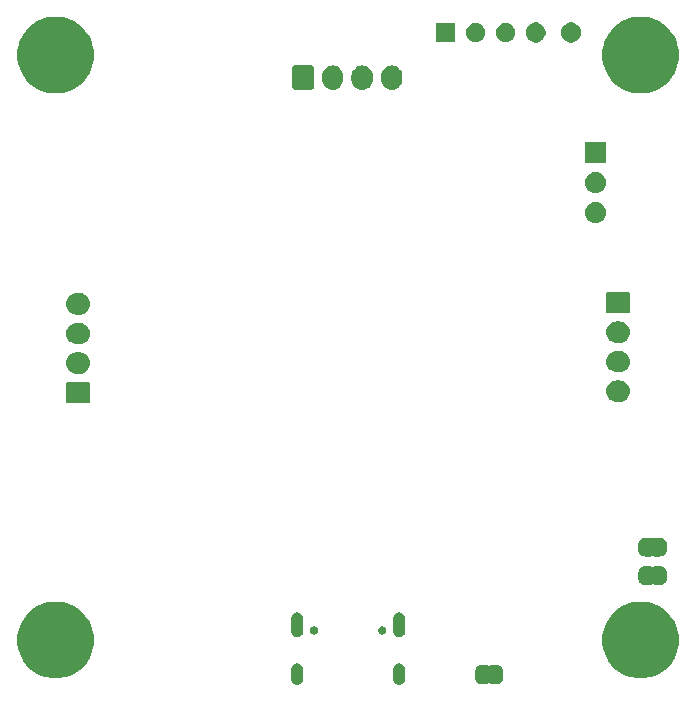
<source format=gbr>
G04 #@! TF.GenerationSoftware,KiCad,Pcbnew,(5.1.4)-1*
G04 #@! TF.CreationDate,2021-03-18T17:14:36+01:00*
G04 #@! TF.ProjectId,ESPCraft,45535043-7261-4667-942e-6b696361645f,rev?*
G04 #@! TF.SameCoordinates,Original*
G04 #@! TF.FileFunction,Soldermask,Bot*
G04 #@! TF.FilePolarity,Negative*
%FSLAX46Y46*%
G04 Gerber Fmt 4.6, Leading zero omitted, Abs format (unit mm)*
G04 Created by KiCad (PCBNEW (5.1.4)-1) date 2021-03-18 17:14:36*
%MOMM*%
%LPD*%
G04 APERTURE LIST*
%ADD10C,0.100000*%
G04 APERTURE END LIST*
D10*
G36*
X147928212Y-129616249D02*
G01*
X148022651Y-129644897D01*
X148109687Y-129691418D01*
X148185975Y-129754025D01*
X148248582Y-129830313D01*
X148295103Y-129917348D01*
X148323751Y-130011787D01*
X148331000Y-130085388D01*
X148331000Y-130934612D01*
X148323751Y-131008213D01*
X148295103Y-131102652D01*
X148248582Y-131189687D01*
X148185975Y-131265975D01*
X148109687Y-131328582D01*
X148022652Y-131375103D01*
X147928213Y-131403751D01*
X147830000Y-131413424D01*
X147731788Y-131403751D01*
X147637349Y-131375103D01*
X147550314Y-131328582D01*
X147474026Y-131265975D01*
X147411419Y-131189687D01*
X147364898Y-131102652D01*
X147336250Y-131008213D01*
X147332561Y-130970753D01*
X147329000Y-130934602D01*
X147329000Y-130085389D01*
X147336249Y-130011788D01*
X147364897Y-129917349D01*
X147411418Y-129830313D01*
X147474025Y-129754025D01*
X147550313Y-129691418D01*
X147637348Y-129644897D01*
X147731787Y-129616249D01*
X147830000Y-129606576D01*
X147928212Y-129616249D01*
X147928212Y-129616249D01*
G37*
G36*
X139288212Y-129616249D02*
G01*
X139382651Y-129644897D01*
X139469687Y-129691418D01*
X139545975Y-129754025D01*
X139608582Y-129830313D01*
X139655103Y-129917348D01*
X139683751Y-130011787D01*
X139691000Y-130085388D01*
X139691000Y-130934612D01*
X139683751Y-131008213D01*
X139655103Y-131102652D01*
X139608582Y-131189687D01*
X139545975Y-131265975D01*
X139469687Y-131328582D01*
X139382652Y-131375103D01*
X139288213Y-131403751D01*
X139190000Y-131413424D01*
X139091788Y-131403751D01*
X138997349Y-131375103D01*
X138910314Y-131328582D01*
X138834026Y-131265975D01*
X138771419Y-131189687D01*
X138724898Y-131102652D01*
X138696250Y-131008213D01*
X138692561Y-130970753D01*
X138689000Y-130934602D01*
X138689000Y-130085389D01*
X138696249Y-130011788D01*
X138724897Y-129917349D01*
X138771418Y-129830313D01*
X138834025Y-129754025D01*
X138910313Y-129691418D01*
X138997348Y-129644897D01*
X139091787Y-129616249D01*
X139190000Y-129606576D01*
X139288212Y-129616249D01*
X139288212Y-129616249D01*
G37*
G36*
X155307999Y-129755737D02*
G01*
X155317608Y-129758652D01*
X155326472Y-129763390D01*
X155334237Y-129769763D01*
X155344448Y-129782206D01*
X155351378Y-129792575D01*
X155368705Y-129809902D01*
X155389080Y-129823515D01*
X155411720Y-129832891D01*
X155435753Y-129837671D01*
X155460257Y-129837670D01*
X155484290Y-129832888D01*
X155506929Y-129823510D01*
X155527302Y-129809895D01*
X155544629Y-129792568D01*
X155551558Y-129782198D01*
X155561763Y-129769763D01*
X155569528Y-129763390D01*
X155578392Y-129758652D01*
X155588001Y-129755737D01*
X155604140Y-129754148D01*
X156091861Y-129754148D01*
X156110199Y-129755954D01*
X156122450Y-129756556D01*
X156140869Y-129756556D01*
X156163149Y-129758750D01*
X156247233Y-129775476D01*
X156268660Y-129781976D01*
X156347858Y-129814780D01*
X156353303Y-129817691D01*
X156353309Y-129817693D01*
X156362169Y-129822429D01*
X156362173Y-129822432D01*
X156367614Y-129825340D01*
X156438899Y-129872971D01*
X156456204Y-129887172D01*
X156516828Y-129947796D01*
X156531029Y-129965101D01*
X156578660Y-130036386D01*
X156581568Y-130041827D01*
X156581571Y-130041831D01*
X156586307Y-130050691D01*
X156586309Y-130050697D01*
X156589220Y-130056142D01*
X156622024Y-130135340D01*
X156628524Y-130156767D01*
X156645250Y-130240851D01*
X156647444Y-130263131D01*
X156647444Y-130281550D01*
X156648046Y-130293801D01*
X156649852Y-130312139D01*
X156649852Y-130799862D01*
X156648046Y-130818199D01*
X156647444Y-130830450D01*
X156647444Y-130848869D01*
X156645250Y-130871149D01*
X156628524Y-130955233D01*
X156622024Y-130976660D01*
X156589220Y-131055858D01*
X156586309Y-131061303D01*
X156586307Y-131061309D01*
X156581571Y-131070169D01*
X156581568Y-131070173D01*
X156578660Y-131075614D01*
X156531029Y-131146899D01*
X156516828Y-131164204D01*
X156456204Y-131224828D01*
X156438899Y-131239029D01*
X156367614Y-131286660D01*
X156362173Y-131289568D01*
X156362169Y-131289571D01*
X156353309Y-131294307D01*
X156353303Y-131294309D01*
X156347858Y-131297220D01*
X156268660Y-131330024D01*
X156247233Y-131336524D01*
X156163149Y-131353250D01*
X156140869Y-131355444D01*
X156122450Y-131355444D01*
X156110199Y-131356046D01*
X156091862Y-131357852D01*
X155604140Y-131357852D01*
X155588001Y-131356263D01*
X155578392Y-131353348D01*
X155569528Y-131348610D01*
X155561763Y-131342237D01*
X155551552Y-131329794D01*
X155544622Y-131319425D01*
X155527295Y-131302098D01*
X155506920Y-131288485D01*
X155484280Y-131279109D01*
X155460247Y-131274329D01*
X155435743Y-131274330D01*
X155411710Y-131279112D01*
X155389071Y-131288490D01*
X155368698Y-131302105D01*
X155351371Y-131319432D01*
X155344442Y-131329802D01*
X155334237Y-131342237D01*
X155326472Y-131348610D01*
X155317608Y-131353348D01*
X155307999Y-131356263D01*
X155291860Y-131357852D01*
X154804138Y-131357852D01*
X154785801Y-131356046D01*
X154773550Y-131355444D01*
X154755131Y-131355444D01*
X154732851Y-131353250D01*
X154648767Y-131336524D01*
X154627340Y-131330024D01*
X154548142Y-131297220D01*
X154542697Y-131294309D01*
X154542691Y-131294307D01*
X154533831Y-131289571D01*
X154533827Y-131289568D01*
X154528386Y-131286660D01*
X154457101Y-131239029D01*
X154439796Y-131224828D01*
X154379172Y-131164204D01*
X154364971Y-131146899D01*
X154317340Y-131075614D01*
X154314432Y-131070173D01*
X154314429Y-131070169D01*
X154309693Y-131061309D01*
X154309691Y-131061303D01*
X154306780Y-131055858D01*
X154273976Y-130976660D01*
X154267476Y-130955233D01*
X154250750Y-130871149D01*
X154248556Y-130848869D01*
X154248556Y-130830450D01*
X154247954Y-130818199D01*
X154246148Y-130799862D01*
X154246148Y-130312139D01*
X154247954Y-130293801D01*
X154248556Y-130281550D01*
X154248556Y-130263131D01*
X154250750Y-130240851D01*
X154267476Y-130156767D01*
X154273976Y-130135340D01*
X154306780Y-130056142D01*
X154309691Y-130050697D01*
X154309693Y-130050691D01*
X154314429Y-130041831D01*
X154314432Y-130041827D01*
X154317340Y-130036386D01*
X154364971Y-129965101D01*
X154379172Y-129947796D01*
X154439796Y-129887172D01*
X154457101Y-129872971D01*
X154528386Y-129825340D01*
X154533827Y-129822432D01*
X154533831Y-129822429D01*
X154542691Y-129817693D01*
X154542697Y-129817691D01*
X154548142Y-129814780D01*
X154627340Y-129781976D01*
X154648767Y-129775476D01*
X154732851Y-129758750D01*
X154755131Y-129756556D01*
X154773550Y-129756556D01*
X154785801Y-129755954D01*
X154804139Y-129754148D01*
X155291860Y-129754148D01*
X155307999Y-129755737D01*
X155307999Y-129755737D01*
G37*
G36*
X168909239Y-124446467D02*
G01*
X169223282Y-124508934D01*
X169814926Y-124754001D01*
X170347392Y-125109784D01*
X170800216Y-125562608D01*
X171155999Y-126095074D01*
X171401066Y-126686718D01*
X171401066Y-126686719D01*
X171526000Y-127314803D01*
X171526000Y-127955197D01*
X171463533Y-128269239D01*
X171401066Y-128583282D01*
X171155999Y-129174926D01*
X170908265Y-129545685D01*
X170810888Y-129691421D01*
X170800216Y-129707392D01*
X170347392Y-130160216D01*
X169814926Y-130515999D01*
X169223282Y-130761066D01*
X169028241Y-130799862D01*
X168595197Y-130886000D01*
X167954803Y-130886000D01*
X167521759Y-130799862D01*
X167326718Y-130761066D01*
X166735074Y-130515999D01*
X166202608Y-130160216D01*
X165749784Y-129707392D01*
X165739113Y-129691421D01*
X165641735Y-129545685D01*
X165394001Y-129174926D01*
X165148934Y-128583282D01*
X165086467Y-128269239D01*
X165024000Y-127955197D01*
X165024000Y-127314803D01*
X165148934Y-126686719D01*
X165148934Y-126686718D01*
X165394001Y-126095074D01*
X165749784Y-125562608D01*
X166202608Y-125109784D01*
X166735074Y-124754001D01*
X167326718Y-124508934D01*
X167640761Y-124446467D01*
X167954803Y-124384000D01*
X168595197Y-124384000D01*
X168909239Y-124446467D01*
X168909239Y-124446467D01*
G37*
G36*
X119379239Y-124446467D02*
G01*
X119693282Y-124508934D01*
X120284926Y-124754001D01*
X120817392Y-125109784D01*
X121270216Y-125562608D01*
X121625999Y-126095074D01*
X121871066Y-126686718D01*
X121871066Y-126686719D01*
X121996000Y-127314803D01*
X121996000Y-127955197D01*
X121933533Y-128269239D01*
X121871066Y-128583282D01*
X121625999Y-129174926D01*
X121378265Y-129545685D01*
X121280888Y-129691421D01*
X121270216Y-129707392D01*
X120817392Y-130160216D01*
X120284926Y-130515999D01*
X119693282Y-130761066D01*
X119498241Y-130799862D01*
X119065197Y-130886000D01*
X118424803Y-130886000D01*
X117991759Y-130799862D01*
X117796718Y-130761066D01*
X117205074Y-130515999D01*
X116672608Y-130160216D01*
X116219784Y-129707392D01*
X116209113Y-129691421D01*
X116111735Y-129545685D01*
X115864001Y-129174926D01*
X115618934Y-128583282D01*
X115556467Y-128269239D01*
X115494000Y-127955197D01*
X115494000Y-127314803D01*
X115618934Y-126686719D01*
X115618934Y-126686718D01*
X115864001Y-126095074D01*
X116219784Y-125562608D01*
X116672608Y-125109784D01*
X117205074Y-124754001D01*
X117796718Y-124508934D01*
X118110761Y-124446467D01*
X118424803Y-124384000D01*
X119065197Y-124384000D01*
X119379239Y-124446467D01*
X119379239Y-124446467D01*
G37*
G36*
X147928212Y-125296249D02*
G01*
X148022651Y-125324897D01*
X148109687Y-125371418D01*
X148185975Y-125434025D01*
X148248582Y-125510313D01*
X148295103Y-125597348D01*
X148323751Y-125691787D01*
X148331000Y-125765388D01*
X148331000Y-126914612D01*
X148323751Y-126988213D01*
X148295103Y-127082652D01*
X148248582Y-127169687D01*
X148185975Y-127245975D01*
X148109687Y-127308582D01*
X148022652Y-127355103D01*
X147928213Y-127383751D01*
X147830000Y-127393424D01*
X147731788Y-127383751D01*
X147637349Y-127355103D01*
X147550314Y-127308582D01*
X147474026Y-127245975D01*
X147411419Y-127169687D01*
X147364898Y-127082652D01*
X147336250Y-126988213D01*
X147329001Y-126914612D01*
X147329000Y-125765389D01*
X147336249Y-125691788D01*
X147364897Y-125597349D01*
X147411418Y-125510313D01*
X147474025Y-125434025D01*
X147550313Y-125371418D01*
X147637348Y-125324897D01*
X147731787Y-125296249D01*
X147830000Y-125286576D01*
X147928212Y-125296249D01*
X147928212Y-125296249D01*
G37*
G36*
X139288212Y-125296249D02*
G01*
X139382651Y-125324897D01*
X139469687Y-125371418D01*
X139545975Y-125434025D01*
X139608582Y-125510313D01*
X139655103Y-125597348D01*
X139683751Y-125691787D01*
X139691000Y-125765388D01*
X139691000Y-126914612D01*
X139683751Y-126988213D01*
X139655103Y-127082652D01*
X139608582Y-127169687D01*
X139545975Y-127245975D01*
X139469687Y-127308582D01*
X139382652Y-127355103D01*
X139288213Y-127383751D01*
X139190000Y-127393424D01*
X139091788Y-127383751D01*
X138997349Y-127355103D01*
X138910314Y-127308582D01*
X138834026Y-127245975D01*
X138771419Y-127169687D01*
X138724898Y-127082652D01*
X138696250Y-126988213D01*
X138689001Y-126914612D01*
X138689000Y-125765389D01*
X138696249Y-125691788D01*
X138724897Y-125597349D01*
X138771418Y-125510313D01*
X138834025Y-125434025D01*
X138910313Y-125371418D01*
X138997348Y-125324897D01*
X139091787Y-125296249D01*
X139190000Y-125286576D01*
X139288212Y-125296249D01*
X139288212Y-125296249D01*
G37*
G36*
X146502383Y-126482489D02*
G01*
X146502386Y-126482490D01*
X146502385Y-126482490D01*
X146566258Y-126508946D01*
X146623748Y-126547360D01*
X146672640Y-126596252D01*
X146711054Y-126653742D01*
X146724713Y-126686719D01*
X146737511Y-126717617D01*
X146751000Y-126785430D01*
X146751000Y-126854570D01*
X146737511Y-126922383D01*
X146737510Y-126922385D01*
X146711054Y-126986258D01*
X146672640Y-127043748D01*
X146623748Y-127092640D01*
X146566258Y-127131054D01*
X146514182Y-127152624D01*
X146502383Y-127157511D01*
X146434570Y-127171000D01*
X146365430Y-127171000D01*
X146297617Y-127157511D01*
X146285818Y-127152624D01*
X146233742Y-127131054D01*
X146176252Y-127092640D01*
X146127360Y-127043748D01*
X146088946Y-126986258D01*
X146062490Y-126922385D01*
X146062489Y-126922383D01*
X146049000Y-126854570D01*
X146049000Y-126785430D01*
X146062489Y-126717617D01*
X146075287Y-126686719D01*
X146088946Y-126653742D01*
X146127360Y-126596252D01*
X146176252Y-126547360D01*
X146233742Y-126508946D01*
X146297615Y-126482490D01*
X146297614Y-126482490D01*
X146297617Y-126482489D01*
X146365430Y-126469000D01*
X146434570Y-126469000D01*
X146502383Y-126482489D01*
X146502383Y-126482489D01*
G37*
G36*
X140722383Y-126482489D02*
G01*
X140722386Y-126482490D01*
X140722385Y-126482490D01*
X140786258Y-126508946D01*
X140843748Y-126547360D01*
X140892640Y-126596252D01*
X140931054Y-126653742D01*
X140944713Y-126686719D01*
X140957511Y-126717617D01*
X140971000Y-126785430D01*
X140971000Y-126854570D01*
X140957511Y-126922383D01*
X140957510Y-126922385D01*
X140931054Y-126986258D01*
X140892640Y-127043748D01*
X140843748Y-127092640D01*
X140786258Y-127131054D01*
X140734182Y-127152624D01*
X140722383Y-127157511D01*
X140654570Y-127171000D01*
X140585430Y-127171000D01*
X140517617Y-127157511D01*
X140505818Y-127152624D01*
X140453742Y-127131054D01*
X140396252Y-127092640D01*
X140347360Y-127043748D01*
X140308946Y-126986258D01*
X140282490Y-126922385D01*
X140282489Y-126922383D01*
X140269000Y-126854570D01*
X140269000Y-126785430D01*
X140282489Y-126717617D01*
X140295287Y-126686719D01*
X140308946Y-126653742D01*
X140347360Y-126596252D01*
X140396252Y-126547360D01*
X140453742Y-126508946D01*
X140517615Y-126482490D01*
X140517614Y-126482490D01*
X140517617Y-126482489D01*
X140585430Y-126469000D01*
X140654570Y-126469000D01*
X140722383Y-126482489D01*
X140722383Y-126482489D01*
G37*
G36*
X169150999Y-121373737D02*
G01*
X169160608Y-121376652D01*
X169169472Y-121381390D01*
X169177237Y-121387763D01*
X169187448Y-121400206D01*
X169194378Y-121410575D01*
X169211705Y-121427902D01*
X169232080Y-121441515D01*
X169254720Y-121450891D01*
X169278753Y-121455671D01*
X169303257Y-121455670D01*
X169327290Y-121450888D01*
X169349929Y-121441510D01*
X169370302Y-121427895D01*
X169387629Y-121410568D01*
X169394558Y-121400198D01*
X169404763Y-121387763D01*
X169412528Y-121381390D01*
X169421392Y-121376652D01*
X169431001Y-121373737D01*
X169447140Y-121372148D01*
X169934861Y-121372148D01*
X169953199Y-121373954D01*
X169965450Y-121374556D01*
X169983869Y-121374556D01*
X170006149Y-121376750D01*
X170090233Y-121393476D01*
X170111660Y-121399976D01*
X170190858Y-121432780D01*
X170196303Y-121435691D01*
X170196309Y-121435693D01*
X170205169Y-121440429D01*
X170205173Y-121440432D01*
X170210614Y-121443340D01*
X170281899Y-121490971D01*
X170299204Y-121505172D01*
X170359828Y-121565796D01*
X170374029Y-121583101D01*
X170421660Y-121654386D01*
X170424568Y-121659827D01*
X170424571Y-121659831D01*
X170429307Y-121668691D01*
X170429309Y-121668697D01*
X170432220Y-121674142D01*
X170465024Y-121753340D01*
X170471524Y-121774767D01*
X170488250Y-121858851D01*
X170490444Y-121881131D01*
X170490444Y-121899550D01*
X170491046Y-121911801D01*
X170492852Y-121930139D01*
X170492852Y-122417862D01*
X170491046Y-122436199D01*
X170490444Y-122448450D01*
X170490444Y-122466869D01*
X170488250Y-122489149D01*
X170471524Y-122573233D01*
X170465024Y-122594660D01*
X170432220Y-122673858D01*
X170429309Y-122679303D01*
X170429307Y-122679309D01*
X170424571Y-122688169D01*
X170424568Y-122688173D01*
X170421660Y-122693614D01*
X170374029Y-122764899D01*
X170359828Y-122782204D01*
X170299204Y-122842828D01*
X170281899Y-122857029D01*
X170210614Y-122904660D01*
X170205173Y-122907568D01*
X170205169Y-122907571D01*
X170196309Y-122912307D01*
X170196303Y-122912309D01*
X170190858Y-122915220D01*
X170111660Y-122948024D01*
X170090233Y-122954524D01*
X170006149Y-122971250D01*
X169983869Y-122973444D01*
X169965450Y-122973444D01*
X169953199Y-122974046D01*
X169934862Y-122975852D01*
X169447140Y-122975852D01*
X169431001Y-122974263D01*
X169421392Y-122971348D01*
X169412528Y-122966610D01*
X169404763Y-122960237D01*
X169394552Y-122947794D01*
X169387622Y-122937425D01*
X169370295Y-122920098D01*
X169349920Y-122906485D01*
X169327280Y-122897109D01*
X169303247Y-122892329D01*
X169278743Y-122892330D01*
X169254710Y-122897112D01*
X169232071Y-122906490D01*
X169211698Y-122920105D01*
X169194371Y-122937432D01*
X169187442Y-122947802D01*
X169177237Y-122960237D01*
X169169472Y-122966610D01*
X169160608Y-122971348D01*
X169150999Y-122974263D01*
X169134860Y-122975852D01*
X168647138Y-122975852D01*
X168628801Y-122974046D01*
X168616550Y-122973444D01*
X168598131Y-122973444D01*
X168575851Y-122971250D01*
X168491767Y-122954524D01*
X168470340Y-122948024D01*
X168391142Y-122915220D01*
X168385697Y-122912309D01*
X168385691Y-122912307D01*
X168376831Y-122907571D01*
X168376827Y-122907568D01*
X168371386Y-122904660D01*
X168300101Y-122857029D01*
X168282796Y-122842828D01*
X168222172Y-122782204D01*
X168207971Y-122764899D01*
X168160340Y-122693614D01*
X168157432Y-122688173D01*
X168157429Y-122688169D01*
X168152693Y-122679309D01*
X168152691Y-122679303D01*
X168149780Y-122673858D01*
X168116976Y-122594660D01*
X168110476Y-122573233D01*
X168093750Y-122489149D01*
X168091556Y-122466869D01*
X168091556Y-122448450D01*
X168090954Y-122436199D01*
X168089148Y-122417862D01*
X168089148Y-121930139D01*
X168090954Y-121911801D01*
X168091556Y-121899550D01*
X168091556Y-121881131D01*
X168093750Y-121858851D01*
X168110476Y-121774767D01*
X168116976Y-121753340D01*
X168149780Y-121674142D01*
X168152691Y-121668697D01*
X168152693Y-121668691D01*
X168157429Y-121659831D01*
X168157432Y-121659827D01*
X168160340Y-121654386D01*
X168207971Y-121583101D01*
X168222172Y-121565796D01*
X168282796Y-121505172D01*
X168300101Y-121490971D01*
X168371386Y-121443340D01*
X168376827Y-121440432D01*
X168376831Y-121440429D01*
X168385691Y-121435693D01*
X168385697Y-121435691D01*
X168391142Y-121432780D01*
X168470340Y-121399976D01*
X168491767Y-121393476D01*
X168575851Y-121376750D01*
X168598131Y-121374556D01*
X168616550Y-121374556D01*
X168628801Y-121373954D01*
X168647139Y-121372148D01*
X169134860Y-121372148D01*
X169150999Y-121373737D01*
X169150999Y-121373737D01*
G37*
G36*
X169150999Y-118960737D02*
G01*
X169160608Y-118963652D01*
X169169472Y-118968390D01*
X169177237Y-118974763D01*
X169187448Y-118987206D01*
X169194378Y-118997575D01*
X169211705Y-119014902D01*
X169232080Y-119028515D01*
X169254720Y-119037891D01*
X169278753Y-119042671D01*
X169303257Y-119042670D01*
X169327290Y-119037888D01*
X169349929Y-119028510D01*
X169370302Y-119014895D01*
X169387629Y-118997568D01*
X169394558Y-118987198D01*
X169404763Y-118974763D01*
X169412528Y-118968390D01*
X169421392Y-118963652D01*
X169431001Y-118960737D01*
X169447140Y-118959148D01*
X169934861Y-118959148D01*
X169953199Y-118960954D01*
X169965450Y-118961556D01*
X169983869Y-118961556D01*
X170006149Y-118963750D01*
X170090233Y-118980476D01*
X170111660Y-118986976D01*
X170190858Y-119019780D01*
X170196303Y-119022691D01*
X170196309Y-119022693D01*
X170205169Y-119027429D01*
X170205173Y-119027432D01*
X170210614Y-119030340D01*
X170281899Y-119077971D01*
X170299204Y-119092172D01*
X170359828Y-119152796D01*
X170374029Y-119170101D01*
X170421660Y-119241386D01*
X170424568Y-119246827D01*
X170424571Y-119246831D01*
X170429307Y-119255691D01*
X170429309Y-119255697D01*
X170432220Y-119261142D01*
X170465024Y-119340340D01*
X170471524Y-119361767D01*
X170488250Y-119445851D01*
X170490444Y-119468131D01*
X170490444Y-119486550D01*
X170491046Y-119498801D01*
X170492852Y-119517139D01*
X170492852Y-120004862D01*
X170491046Y-120023199D01*
X170490444Y-120035450D01*
X170490444Y-120053869D01*
X170488250Y-120076149D01*
X170471524Y-120160233D01*
X170465024Y-120181660D01*
X170432220Y-120260858D01*
X170429309Y-120266303D01*
X170429307Y-120266309D01*
X170424571Y-120275169D01*
X170424568Y-120275173D01*
X170421660Y-120280614D01*
X170374029Y-120351899D01*
X170359828Y-120369204D01*
X170299204Y-120429828D01*
X170281899Y-120444029D01*
X170210614Y-120491660D01*
X170205173Y-120494568D01*
X170205169Y-120494571D01*
X170196309Y-120499307D01*
X170196303Y-120499309D01*
X170190858Y-120502220D01*
X170111660Y-120535024D01*
X170090233Y-120541524D01*
X170006149Y-120558250D01*
X169983869Y-120560444D01*
X169965450Y-120560444D01*
X169953199Y-120561046D01*
X169934862Y-120562852D01*
X169447140Y-120562852D01*
X169431001Y-120561263D01*
X169421392Y-120558348D01*
X169412528Y-120553610D01*
X169404763Y-120547237D01*
X169394552Y-120534794D01*
X169387622Y-120524425D01*
X169370295Y-120507098D01*
X169349920Y-120493485D01*
X169327280Y-120484109D01*
X169303247Y-120479329D01*
X169278743Y-120479330D01*
X169254710Y-120484112D01*
X169232071Y-120493490D01*
X169211698Y-120507105D01*
X169194371Y-120524432D01*
X169187442Y-120534802D01*
X169177237Y-120547237D01*
X169169472Y-120553610D01*
X169160608Y-120558348D01*
X169150999Y-120561263D01*
X169134860Y-120562852D01*
X168647138Y-120562852D01*
X168628801Y-120561046D01*
X168616550Y-120560444D01*
X168598131Y-120560444D01*
X168575851Y-120558250D01*
X168491767Y-120541524D01*
X168470340Y-120535024D01*
X168391142Y-120502220D01*
X168385697Y-120499309D01*
X168385691Y-120499307D01*
X168376831Y-120494571D01*
X168376827Y-120494568D01*
X168371386Y-120491660D01*
X168300101Y-120444029D01*
X168282796Y-120429828D01*
X168222172Y-120369204D01*
X168207971Y-120351899D01*
X168160340Y-120280614D01*
X168157432Y-120275173D01*
X168157429Y-120275169D01*
X168152693Y-120266309D01*
X168152691Y-120266303D01*
X168149780Y-120260858D01*
X168116976Y-120181660D01*
X168110476Y-120160233D01*
X168093750Y-120076149D01*
X168091556Y-120053869D01*
X168091556Y-120035450D01*
X168090954Y-120023199D01*
X168089148Y-120004862D01*
X168089148Y-119517139D01*
X168090954Y-119498801D01*
X168091556Y-119486550D01*
X168091556Y-119468131D01*
X168093750Y-119445851D01*
X168110476Y-119361767D01*
X168116976Y-119340340D01*
X168149780Y-119261142D01*
X168152691Y-119255697D01*
X168152693Y-119255691D01*
X168157429Y-119246831D01*
X168157432Y-119246827D01*
X168160340Y-119241386D01*
X168207971Y-119170101D01*
X168222172Y-119152796D01*
X168282796Y-119092172D01*
X168300101Y-119077971D01*
X168371386Y-119030340D01*
X168376827Y-119027432D01*
X168376831Y-119027429D01*
X168385691Y-119022693D01*
X168385697Y-119022691D01*
X168391142Y-119019780D01*
X168470340Y-118986976D01*
X168491767Y-118980476D01*
X168575851Y-118963750D01*
X168598131Y-118961556D01*
X168616550Y-118961556D01*
X168628801Y-118960954D01*
X168647139Y-118959148D01*
X169134860Y-118959148D01*
X169150999Y-118960737D01*
X169150999Y-118960737D01*
G37*
G36*
X121533600Y-105782989D02*
G01*
X121566652Y-105793015D01*
X121597103Y-105809292D01*
X121623799Y-105831201D01*
X121645708Y-105857897D01*
X121661985Y-105888348D01*
X121672011Y-105921400D01*
X121676000Y-105961903D01*
X121676000Y-107398097D01*
X121672011Y-107438600D01*
X121661985Y-107471652D01*
X121645708Y-107502103D01*
X121623799Y-107528799D01*
X121597103Y-107550708D01*
X121566652Y-107566985D01*
X121533600Y-107577011D01*
X121493097Y-107581000D01*
X119806903Y-107581000D01*
X119766400Y-107577011D01*
X119733348Y-107566985D01*
X119702897Y-107550708D01*
X119676201Y-107528799D01*
X119654292Y-107502103D01*
X119638015Y-107471652D01*
X119627989Y-107438600D01*
X119624000Y-107398097D01*
X119624000Y-105961903D01*
X119627989Y-105921400D01*
X119638015Y-105888348D01*
X119654292Y-105857897D01*
X119676201Y-105831201D01*
X119702897Y-105809292D01*
X119733348Y-105793015D01*
X119766400Y-105782989D01*
X119806903Y-105779000D01*
X121493097Y-105779000D01*
X121533600Y-105782989D01*
X121533600Y-105782989D01*
G37*
G36*
X166605442Y-105665518D02*
G01*
X166671627Y-105672037D01*
X166841466Y-105723557D01*
X166997991Y-105807222D01*
X167027209Y-105831201D01*
X167135186Y-105919814D01*
X167218448Y-106021271D01*
X167247778Y-106057009D01*
X167331443Y-106213534D01*
X167382963Y-106383373D01*
X167400359Y-106560000D01*
X167382963Y-106736627D01*
X167331443Y-106906466D01*
X167247778Y-107062991D01*
X167218448Y-107098729D01*
X167135186Y-107200186D01*
X167033729Y-107283448D01*
X166997991Y-107312778D01*
X166841466Y-107396443D01*
X166671627Y-107447963D01*
X166605443Y-107454481D01*
X166539260Y-107461000D01*
X166200740Y-107461000D01*
X166134557Y-107454481D01*
X166068373Y-107447963D01*
X165898534Y-107396443D01*
X165742009Y-107312778D01*
X165706271Y-107283448D01*
X165604814Y-107200186D01*
X165521552Y-107098729D01*
X165492222Y-107062991D01*
X165408557Y-106906466D01*
X165357037Y-106736627D01*
X165339641Y-106560000D01*
X165357037Y-106383373D01*
X165408557Y-106213534D01*
X165492222Y-106057009D01*
X165521552Y-106021271D01*
X165604814Y-105919814D01*
X165712791Y-105831201D01*
X165742009Y-105807222D01*
X165898534Y-105723557D01*
X166068373Y-105672037D01*
X166134558Y-105665518D01*
X166200740Y-105659000D01*
X166539260Y-105659000D01*
X166605442Y-105665518D01*
X166605442Y-105665518D01*
G37*
G36*
X120885443Y-103285519D02*
G01*
X120951627Y-103292037D01*
X121121466Y-103343557D01*
X121277991Y-103427222D01*
X121313729Y-103456552D01*
X121415186Y-103539814D01*
X121498448Y-103641271D01*
X121527778Y-103677009D01*
X121611443Y-103833534D01*
X121662963Y-104003373D01*
X121680359Y-104180000D01*
X121662963Y-104356627D01*
X121611443Y-104526466D01*
X121527778Y-104682991D01*
X121513667Y-104700185D01*
X121415186Y-104820186D01*
X121322266Y-104896442D01*
X121277991Y-104932778D01*
X121121466Y-105016443D01*
X120951627Y-105067963D01*
X120885443Y-105074481D01*
X120819260Y-105081000D01*
X120480740Y-105081000D01*
X120414557Y-105074481D01*
X120348373Y-105067963D01*
X120178534Y-105016443D01*
X120022009Y-104932778D01*
X119977734Y-104896442D01*
X119884814Y-104820186D01*
X119786333Y-104700185D01*
X119772222Y-104682991D01*
X119688557Y-104526466D01*
X119637037Y-104356627D01*
X119619641Y-104180000D01*
X119637037Y-104003373D01*
X119688557Y-103833534D01*
X119772222Y-103677009D01*
X119801552Y-103641271D01*
X119884814Y-103539814D01*
X119986271Y-103456552D01*
X120022009Y-103427222D01*
X120178534Y-103343557D01*
X120348373Y-103292037D01*
X120414557Y-103285519D01*
X120480740Y-103279000D01*
X120819260Y-103279000D01*
X120885443Y-103285519D01*
X120885443Y-103285519D01*
G37*
G36*
X166605442Y-103165518D02*
G01*
X166671627Y-103172037D01*
X166841466Y-103223557D01*
X166997991Y-103307222D01*
X167033729Y-103336552D01*
X167135186Y-103419814D01*
X167218448Y-103521271D01*
X167247778Y-103557009D01*
X167331443Y-103713534D01*
X167382963Y-103883373D01*
X167400359Y-104060000D01*
X167382963Y-104236627D01*
X167331443Y-104406466D01*
X167247778Y-104562991D01*
X167218448Y-104598729D01*
X167135186Y-104700186D01*
X167033729Y-104783448D01*
X166997991Y-104812778D01*
X166841466Y-104896443D01*
X166671627Y-104947963D01*
X166605443Y-104954481D01*
X166539260Y-104961000D01*
X166200740Y-104961000D01*
X166134557Y-104954481D01*
X166068373Y-104947963D01*
X165898534Y-104896443D01*
X165742009Y-104812778D01*
X165706271Y-104783448D01*
X165604814Y-104700186D01*
X165521552Y-104598729D01*
X165492222Y-104562991D01*
X165408557Y-104406466D01*
X165357037Y-104236627D01*
X165339641Y-104060000D01*
X165357037Y-103883373D01*
X165408557Y-103713534D01*
X165492222Y-103557009D01*
X165521552Y-103521271D01*
X165604814Y-103419814D01*
X165706271Y-103336552D01*
X165742009Y-103307222D01*
X165898534Y-103223557D01*
X166068373Y-103172037D01*
X166134558Y-103165518D01*
X166200740Y-103159000D01*
X166539260Y-103159000D01*
X166605442Y-103165518D01*
X166605442Y-103165518D01*
G37*
G36*
X120885442Y-100785518D02*
G01*
X120951627Y-100792037D01*
X121121466Y-100843557D01*
X121277991Y-100927222D01*
X121313729Y-100956552D01*
X121415186Y-101039814D01*
X121498448Y-101141271D01*
X121527778Y-101177009D01*
X121611443Y-101333534D01*
X121662963Y-101503373D01*
X121680359Y-101680000D01*
X121662963Y-101856627D01*
X121611443Y-102026466D01*
X121527778Y-102182991D01*
X121513667Y-102200185D01*
X121415186Y-102320186D01*
X121322266Y-102396442D01*
X121277991Y-102432778D01*
X121121466Y-102516443D01*
X120951627Y-102567963D01*
X120885443Y-102574481D01*
X120819260Y-102581000D01*
X120480740Y-102581000D01*
X120414557Y-102574481D01*
X120348373Y-102567963D01*
X120178534Y-102516443D01*
X120022009Y-102432778D01*
X119977734Y-102396442D01*
X119884814Y-102320186D01*
X119786333Y-102200185D01*
X119772222Y-102182991D01*
X119688557Y-102026466D01*
X119637037Y-101856627D01*
X119619641Y-101680000D01*
X119637037Y-101503373D01*
X119688557Y-101333534D01*
X119772222Y-101177009D01*
X119801552Y-101141271D01*
X119884814Y-101039814D01*
X119986271Y-100956552D01*
X120022009Y-100927222D01*
X120178534Y-100843557D01*
X120348373Y-100792037D01*
X120414558Y-100785518D01*
X120480740Y-100779000D01*
X120819260Y-100779000D01*
X120885442Y-100785518D01*
X120885442Y-100785518D01*
G37*
G36*
X166605442Y-100665518D02*
G01*
X166671627Y-100672037D01*
X166841466Y-100723557D01*
X166997991Y-100807222D01*
X167033729Y-100836552D01*
X167135186Y-100919814D01*
X167218448Y-101021271D01*
X167247778Y-101057009D01*
X167331443Y-101213534D01*
X167382963Y-101383373D01*
X167400359Y-101560000D01*
X167382963Y-101736627D01*
X167331443Y-101906466D01*
X167247778Y-102062991D01*
X167218448Y-102098729D01*
X167135186Y-102200186D01*
X167033729Y-102283448D01*
X166997991Y-102312778D01*
X166841466Y-102396443D01*
X166671627Y-102447963D01*
X166605443Y-102454481D01*
X166539260Y-102461000D01*
X166200740Y-102461000D01*
X166134557Y-102454481D01*
X166068373Y-102447963D01*
X165898534Y-102396443D01*
X165742009Y-102312778D01*
X165706271Y-102283448D01*
X165604814Y-102200186D01*
X165521552Y-102098729D01*
X165492222Y-102062991D01*
X165408557Y-101906466D01*
X165357037Y-101736627D01*
X165339641Y-101560000D01*
X165357037Y-101383373D01*
X165408557Y-101213534D01*
X165492222Y-101057009D01*
X165521552Y-101021271D01*
X165604814Y-100919814D01*
X165706271Y-100836552D01*
X165742009Y-100807222D01*
X165898534Y-100723557D01*
X166068373Y-100672037D01*
X166134558Y-100665518D01*
X166200740Y-100659000D01*
X166539260Y-100659000D01*
X166605442Y-100665518D01*
X166605442Y-100665518D01*
G37*
G36*
X120885442Y-98285518D02*
G01*
X120951627Y-98292037D01*
X121121466Y-98343557D01*
X121277991Y-98427222D01*
X121313729Y-98456552D01*
X121415186Y-98539814D01*
X121498448Y-98641271D01*
X121527778Y-98677009D01*
X121611443Y-98833534D01*
X121662963Y-99003373D01*
X121680359Y-99180000D01*
X121662963Y-99356627D01*
X121611443Y-99526466D01*
X121527778Y-99682991D01*
X121498448Y-99718729D01*
X121415186Y-99820186D01*
X121338179Y-99883383D01*
X121277991Y-99932778D01*
X121121466Y-100016443D01*
X120951627Y-100067963D01*
X120885443Y-100074481D01*
X120819260Y-100081000D01*
X120480740Y-100081000D01*
X120414557Y-100074481D01*
X120348373Y-100067963D01*
X120178534Y-100016443D01*
X120022009Y-99932778D01*
X119961821Y-99883383D01*
X119884814Y-99820186D01*
X119801552Y-99718729D01*
X119772222Y-99682991D01*
X119688557Y-99526466D01*
X119637037Y-99356627D01*
X119619641Y-99180000D01*
X119637037Y-99003373D01*
X119688557Y-98833534D01*
X119772222Y-98677009D01*
X119801552Y-98641271D01*
X119884814Y-98539814D01*
X119986271Y-98456552D01*
X120022009Y-98427222D01*
X120178534Y-98343557D01*
X120348373Y-98292037D01*
X120414558Y-98285518D01*
X120480740Y-98279000D01*
X120819260Y-98279000D01*
X120885442Y-98285518D01*
X120885442Y-98285518D01*
G37*
G36*
X167253600Y-98162989D02*
G01*
X167286652Y-98173015D01*
X167317103Y-98189292D01*
X167343799Y-98211201D01*
X167365708Y-98237897D01*
X167381985Y-98268348D01*
X167392011Y-98301400D01*
X167396000Y-98341903D01*
X167396000Y-99778097D01*
X167392011Y-99818600D01*
X167381985Y-99851652D01*
X167365708Y-99882103D01*
X167343799Y-99908799D01*
X167317103Y-99930708D01*
X167286652Y-99946985D01*
X167253600Y-99957011D01*
X167213097Y-99961000D01*
X165526903Y-99961000D01*
X165486400Y-99957011D01*
X165453348Y-99946985D01*
X165422897Y-99930708D01*
X165396201Y-99908799D01*
X165374292Y-99882103D01*
X165358015Y-99851652D01*
X165347989Y-99818600D01*
X165344000Y-99778097D01*
X165344000Y-98341903D01*
X165347989Y-98301400D01*
X165358015Y-98268348D01*
X165374292Y-98237897D01*
X165396201Y-98211201D01*
X165422897Y-98189292D01*
X165453348Y-98173015D01*
X165486400Y-98162989D01*
X165526903Y-98159000D01*
X167213097Y-98159000D01*
X167253600Y-98162989D01*
X167253600Y-98162989D01*
G37*
G36*
X164575443Y-90545519D02*
G01*
X164641627Y-90552037D01*
X164811466Y-90603557D01*
X164967991Y-90687222D01*
X165003729Y-90716552D01*
X165105186Y-90799814D01*
X165188448Y-90901271D01*
X165217778Y-90937009D01*
X165301443Y-91093534D01*
X165352963Y-91263373D01*
X165370359Y-91440000D01*
X165352963Y-91616627D01*
X165301443Y-91786466D01*
X165217778Y-91942991D01*
X165188448Y-91978729D01*
X165105186Y-92080186D01*
X165003729Y-92163448D01*
X164967991Y-92192778D01*
X164811466Y-92276443D01*
X164641627Y-92327963D01*
X164575443Y-92334481D01*
X164509260Y-92341000D01*
X164420740Y-92341000D01*
X164354557Y-92334481D01*
X164288373Y-92327963D01*
X164118534Y-92276443D01*
X163962009Y-92192778D01*
X163926271Y-92163448D01*
X163824814Y-92080186D01*
X163741552Y-91978729D01*
X163712222Y-91942991D01*
X163628557Y-91786466D01*
X163577037Y-91616627D01*
X163559641Y-91440000D01*
X163577037Y-91263373D01*
X163628557Y-91093534D01*
X163712222Y-90937009D01*
X163741552Y-90901271D01*
X163824814Y-90799814D01*
X163926271Y-90716552D01*
X163962009Y-90687222D01*
X164118534Y-90603557D01*
X164288373Y-90552037D01*
X164354558Y-90545518D01*
X164420740Y-90539000D01*
X164509260Y-90539000D01*
X164575443Y-90545519D01*
X164575443Y-90545519D01*
G37*
G36*
X164575443Y-88005519D02*
G01*
X164641627Y-88012037D01*
X164811466Y-88063557D01*
X164967991Y-88147222D01*
X165003729Y-88176552D01*
X165105186Y-88259814D01*
X165188448Y-88361271D01*
X165217778Y-88397009D01*
X165301443Y-88553534D01*
X165352963Y-88723373D01*
X165370359Y-88900000D01*
X165352963Y-89076627D01*
X165301443Y-89246466D01*
X165217778Y-89402991D01*
X165188448Y-89438729D01*
X165105186Y-89540186D01*
X165003729Y-89623448D01*
X164967991Y-89652778D01*
X164811466Y-89736443D01*
X164641627Y-89787963D01*
X164575443Y-89794481D01*
X164509260Y-89801000D01*
X164420740Y-89801000D01*
X164354557Y-89794481D01*
X164288373Y-89787963D01*
X164118534Y-89736443D01*
X163962009Y-89652778D01*
X163926271Y-89623448D01*
X163824814Y-89540186D01*
X163741552Y-89438729D01*
X163712222Y-89402991D01*
X163628557Y-89246466D01*
X163577037Y-89076627D01*
X163559641Y-88900000D01*
X163577037Y-88723373D01*
X163628557Y-88553534D01*
X163712222Y-88397009D01*
X163741552Y-88361271D01*
X163824814Y-88259814D01*
X163926271Y-88176552D01*
X163962009Y-88147222D01*
X164118534Y-88063557D01*
X164288373Y-88012037D01*
X164354557Y-88005519D01*
X164420740Y-87999000D01*
X164509260Y-87999000D01*
X164575443Y-88005519D01*
X164575443Y-88005519D01*
G37*
G36*
X165366000Y-87261000D02*
G01*
X163564000Y-87261000D01*
X163564000Y-85459000D01*
X165366000Y-85459000D01*
X165366000Y-87261000D01*
X165366000Y-87261000D01*
G37*
G36*
X168909239Y-74916467D02*
G01*
X169223282Y-74978934D01*
X169814926Y-75224001D01*
X170146950Y-75445853D01*
X170347391Y-75579783D01*
X170800217Y-76032609D01*
X170858909Y-76120448D01*
X171155999Y-76565074D01*
X171336565Y-77001000D01*
X171401066Y-77156719D01*
X171526000Y-77784803D01*
X171526000Y-78425197D01*
X171463533Y-78739239D01*
X171401066Y-79053282D01*
X171155999Y-79644926D01*
X170800216Y-80177392D01*
X170347392Y-80630216D01*
X169814926Y-80985999D01*
X169223282Y-81231066D01*
X168909239Y-81293533D01*
X168595197Y-81356000D01*
X167954803Y-81356000D01*
X167640761Y-81293533D01*
X167326718Y-81231066D01*
X166735074Y-80985999D01*
X166202608Y-80630216D01*
X165749784Y-80177392D01*
X165394001Y-79644926D01*
X165148934Y-79053282D01*
X165086467Y-78739239D01*
X165024000Y-78425197D01*
X165024000Y-77784803D01*
X165148934Y-77156719D01*
X165213435Y-77001000D01*
X165394001Y-76565074D01*
X165691091Y-76120448D01*
X165749783Y-76032609D01*
X166202609Y-75579783D01*
X166403050Y-75445853D01*
X166735074Y-75224001D01*
X167326718Y-74978934D01*
X167640761Y-74916467D01*
X167954803Y-74854000D01*
X168595197Y-74854000D01*
X168909239Y-74916467D01*
X168909239Y-74916467D01*
G37*
G36*
X119379239Y-74916467D02*
G01*
X119693282Y-74978934D01*
X120284926Y-75224001D01*
X120616950Y-75445853D01*
X120817391Y-75579783D01*
X121270217Y-76032609D01*
X121328909Y-76120448D01*
X121625999Y-76565074D01*
X121806565Y-77001000D01*
X121871066Y-77156719D01*
X121996000Y-77784803D01*
X121996000Y-78425197D01*
X121933533Y-78739239D01*
X121871066Y-79053282D01*
X121625999Y-79644926D01*
X121270216Y-80177392D01*
X120817392Y-80630216D01*
X120284926Y-80985999D01*
X119693282Y-81231066D01*
X119379239Y-81293533D01*
X119065197Y-81356000D01*
X118424803Y-81356000D01*
X118110761Y-81293533D01*
X117796718Y-81231066D01*
X117205074Y-80985999D01*
X116672608Y-80630216D01*
X116219784Y-80177392D01*
X115864001Y-79644926D01*
X115618934Y-79053282D01*
X115556467Y-78739239D01*
X115494000Y-78425197D01*
X115494000Y-77784803D01*
X115618934Y-77156719D01*
X115683435Y-77001000D01*
X115864001Y-76565074D01*
X116161091Y-76120448D01*
X116219783Y-76032609D01*
X116672609Y-75579783D01*
X116873050Y-75445853D01*
X117205074Y-75224001D01*
X117796718Y-74978934D01*
X118110761Y-74916467D01*
X118424803Y-74854000D01*
X119065197Y-74854000D01*
X119379239Y-74916467D01*
X119379239Y-74916467D01*
G37*
G36*
X142376626Y-78997037D02*
G01*
X142546465Y-79048557D01*
X142546467Y-79048558D01*
X142702989Y-79132221D01*
X142840186Y-79244814D01*
X142923448Y-79346271D01*
X142952778Y-79382009D01*
X143036443Y-79538534D01*
X143087963Y-79708373D01*
X143101000Y-79840742D01*
X143101000Y-80179257D01*
X143087963Y-80311626D01*
X143036443Y-80481466D01*
X142952778Y-80637991D01*
X142923448Y-80673729D01*
X142840186Y-80775186D01*
X142745250Y-80853097D01*
X142702991Y-80887778D01*
X142546466Y-80971443D01*
X142376627Y-81022963D01*
X142200000Y-81040359D01*
X142023374Y-81022963D01*
X141853535Y-80971443D01*
X141697010Y-80887778D01*
X141559815Y-80775185D01*
X141447222Y-80637991D01*
X141363557Y-80481466D01*
X141312037Y-80311627D01*
X141299000Y-80179258D01*
X141299000Y-79840743D01*
X141312037Y-79708374D01*
X141363557Y-79538535D01*
X141447222Y-79382010D01*
X141472625Y-79351056D01*
X141559814Y-79244814D01*
X141661271Y-79161552D01*
X141697009Y-79132222D01*
X141853534Y-79048557D01*
X142023373Y-78997037D01*
X142200000Y-78979641D01*
X142376626Y-78997037D01*
X142376626Y-78997037D01*
G37*
G36*
X144876626Y-78997037D02*
G01*
X145046465Y-79048557D01*
X145046467Y-79048558D01*
X145202989Y-79132221D01*
X145340186Y-79244814D01*
X145423448Y-79346271D01*
X145452778Y-79382009D01*
X145536443Y-79538534D01*
X145587963Y-79708373D01*
X145601000Y-79840742D01*
X145601000Y-80179257D01*
X145587963Y-80311626D01*
X145536443Y-80481466D01*
X145452778Y-80637991D01*
X145423448Y-80673729D01*
X145340186Y-80775186D01*
X145245250Y-80853097D01*
X145202991Y-80887778D01*
X145046466Y-80971443D01*
X144876627Y-81022963D01*
X144700000Y-81040359D01*
X144523374Y-81022963D01*
X144353535Y-80971443D01*
X144197010Y-80887778D01*
X144059815Y-80775185D01*
X143947222Y-80637991D01*
X143863557Y-80481466D01*
X143812037Y-80311627D01*
X143799000Y-80179258D01*
X143799000Y-79840743D01*
X143812037Y-79708374D01*
X143863557Y-79538535D01*
X143947222Y-79382010D01*
X143972625Y-79351056D01*
X144059814Y-79244814D01*
X144161271Y-79161552D01*
X144197009Y-79132222D01*
X144353534Y-79048557D01*
X144523373Y-78997037D01*
X144700000Y-78979641D01*
X144876626Y-78997037D01*
X144876626Y-78997037D01*
G37*
G36*
X147376626Y-78997037D02*
G01*
X147546465Y-79048557D01*
X147546467Y-79048558D01*
X147702989Y-79132221D01*
X147840186Y-79244814D01*
X147923448Y-79346271D01*
X147952778Y-79382009D01*
X148036443Y-79538534D01*
X148087963Y-79708373D01*
X148101000Y-79840742D01*
X148101000Y-80179257D01*
X148087963Y-80311626D01*
X148036443Y-80481466D01*
X147952778Y-80637991D01*
X147923448Y-80673729D01*
X147840186Y-80775186D01*
X147745250Y-80853097D01*
X147702991Y-80887778D01*
X147546466Y-80971443D01*
X147376627Y-81022963D01*
X147200000Y-81040359D01*
X147023374Y-81022963D01*
X146853535Y-80971443D01*
X146697010Y-80887778D01*
X146559815Y-80775185D01*
X146447222Y-80637991D01*
X146363557Y-80481466D01*
X146312037Y-80311627D01*
X146299000Y-80179258D01*
X146299000Y-79840743D01*
X146312037Y-79708374D01*
X146363557Y-79538535D01*
X146447222Y-79382010D01*
X146472625Y-79351056D01*
X146559814Y-79244814D01*
X146661271Y-79161552D01*
X146697009Y-79132222D01*
X146853534Y-79048557D01*
X147023373Y-78997037D01*
X147200000Y-78979641D01*
X147376626Y-78997037D01*
X147376626Y-78997037D01*
G37*
G36*
X140458600Y-78987989D02*
G01*
X140491652Y-78998015D01*
X140522103Y-79014292D01*
X140548799Y-79036201D01*
X140570708Y-79062897D01*
X140586985Y-79093348D01*
X140597011Y-79126400D01*
X140601000Y-79166903D01*
X140601000Y-80853097D01*
X140597011Y-80893600D01*
X140586985Y-80926652D01*
X140570708Y-80957103D01*
X140548799Y-80983799D01*
X140522103Y-81005708D01*
X140491652Y-81021985D01*
X140458600Y-81032011D01*
X140418097Y-81036000D01*
X138981903Y-81036000D01*
X138941400Y-81032011D01*
X138908348Y-81021985D01*
X138877897Y-81005708D01*
X138851201Y-80983799D01*
X138829292Y-80957103D01*
X138813015Y-80926652D01*
X138802989Y-80893600D01*
X138799000Y-80853097D01*
X138799000Y-79166903D01*
X138802989Y-79126400D01*
X138813015Y-79093348D01*
X138829292Y-79062897D01*
X138851201Y-79036201D01*
X138877897Y-79014292D01*
X138908348Y-78998015D01*
X138941400Y-78987989D01*
X138981903Y-78984000D01*
X140418097Y-78984000D01*
X140458600Y-78987989D01*
X140458600Y-78987989D01*
G37*
G36*
X162633228Y-75381703D02*
G01*
X162788100Y-75445853D01*
X162927481Y-75538985D01*
X163046015Y-75657519D01*
X163139147Y-75796900D01*
X163203297Y-75951772D01*
X163236000Y-76116184D01*
X163236000Y-76283816D01*
X163203297Y-76448228D01*
X163139147Y-76603100D01*
X163046015Y-76742481D01*
X162927481Y-76861015D01*
X162788100Y-76954147D01*
X162633228Y-77018297D01*
X162468816Y-77051000D01*
X162301184Y-77051000D01*
X162136772Y-77018297D01*
X161981900Y-76954147D01*
X161842519Y-76861015D01*
X161723985Y-76742481D01*
X161630853Y-76603100D01*
X161566703Y-76448228D01*
X161534000Y-76283816D01*
X161534000Y-76116184D01*
X161566703Y-75951772D01*
X161630853Y-75796900D01*
X161723985Y-75657519D01*
X161842519Y-75538985D01*
X161981900Y-75445853D01*
X162136772Y-75381703D01*
X162301184Y-75349000D01*
X162468816Y-75349000D01*
X162633228Y-75381703D01*
X162633228Y-75381703D01*
G37*
G36*
X159633228Y-75381703D02*
G01*
X159788100Y-75445853D01*
X159927481Y-75538985D01*
X160046015Y-75657519D01*
X160139147Y-75796900D01*
X160203297Y-75951772D01*
X160236000Y-76116184D01*
X160236000Y-76283816D01*
X160203297Y-76448228D01*
X160139147Y-76603100D01*
X160046015Y-76742481D01*
X159927481Y-76861015D01*
X159788100Y-76954147D01*
X159633228Y-77018297D01*
X159468816Y-77051000D01*
X159301184Y-77051000D01*
X159136772Y-77018297D01*
X158981900Y-76954147D01*
X158842519Y-76861015D01*
X158723985Y-76742481D01*
X158630853Y-76603100D01*
X158566703Y-76448228D01*
X158534000Y-76283816D01*
X158534000Y-76116184D01*
X158566703Y-75951772D01*
X158630853Y-75796900D01*
X158723985Y-75657519D01*
X158842519Y-75538985D01*
X158981900Y-75445853D01*
X159136772Y-75381703D01*
X159301184Y-75349000D01*
X159468816Y-75349000D01*
X159633228Y-75381703D01*
X159633228Y-75381703D01*
G37*
G36*
X152566000Y-77001000D02*
G01*
X150964000Y-77001000D01*
X150964000Y-75399000D01*
X152566000Y-75399000D01*
X152566000Y-77001000D01*
X152566000Y-77001000D01*
G37*
G36*
X154538642Y-75429781D02*
G01*
X154684414Y-75490162D01*
X154684416Y-75490163D01*
X154815608Y-75577822D01*
X154927178Y-75689392D01*
X154967287Y-75749420D01*
X155014838Y-75820586D01*
X155075219Y-75966358D01*
X155106000Y-76121107D01*
X155106000Y-76278893D01*
X155075219Y-76433642D01*
X155020778Y-76565074D01*
X155014837Y-76579416D01*
X154927178Y-76710608D01*
X154815608Y-76822178D01*
X154684416Y-76909837D01*
X154684415Y-76909838D01*
X154684414Y-76909838D01*
X154538642Y-76970219D01*
X154383893Y-77001000D01*
X154226107Y-77001000D01*
X154071358Y-76970219D01*
X153925586Y-76909838D01*
X153925585Y-76909838D01*
X153925584Y-76909837D01*
X153794392Y-76822178D01*
X153682822Y-76710608D01*
X153595163Y-76579416D01*
X153589222Y-76565074D01*
X153534781Y-76433642D01*
X153504000Y-76278893D01*
X153504000Y-76121107D01*
X153534781Y-75966358D01*
X153595162Y-75820586D01*
X153642713Y-75749420D01*
X153682822Y-75689392D01*
X153794392Y-75577822D01*
X153925584Y-75490163D01*
X153925586Y-75490162D01*
X154071358Y-75429781D01*
X154226107Y-75399000D01*
X154383893Y-75399000D01*
X154538642Y-75429781D01*
X154538642Y-75429781D01*
G37*
G36*
X157078642Y-75429781D02*
G01*
X157224414Y-75490162D01*
X157224416Y-75490163D01*
X157355608Y-75577822D01*
X157467178Y-75689392D01*
X157507287Y-75749420D01*
X157554838Y-75820586D01*
X157615219Y-75966358D01*
X157646000Y-76121107D01*
X157646000Y-76278893D01*
X157615219Y-76433642D01*
X157560778Y-76565074D01*
X157554837Y-76579416D01*
X157467178Y-76710608D01*
X157355608Y-76822178D01*
X157224416Y-76909837D01*
X157224415Y-76909838D01*
X157224414Y-76909838D01*
X157078642Y-76970219D01*
X156923893Y-77001000D01*
X156766107Y-77001000D01*
X156611358Y-76970219D01*
X156465586Y-76909838D01*
X156465585Y-76909838D01*
X156465584Y-76909837D01*
X156334392Y-76822178D01*
X156222822Y-76710608D01*
X156135163Y-76579416D01*
X156129222Y-76565074D01*
X156074781Y-76433642D01*
X156044000Y-76278893D01*
X156044000Y-76121107D01*
X156074781Y-75966358D01*
X156135162Y-75820586D01*
X156182713Y-75749420D01*
X156222822Y-75689392D01*
X156334392Y-75577822D01*
X156465584Y-75490163D01*
X156465586Y-75490162D01*
X156611358Y-75429781D01*
X156766107Y-75399000D01*
X156923893Y-75399000D01*
X157078642Y-75429781D01*
X157078642Y-75429781D01*
G37*
M02*

</source>
